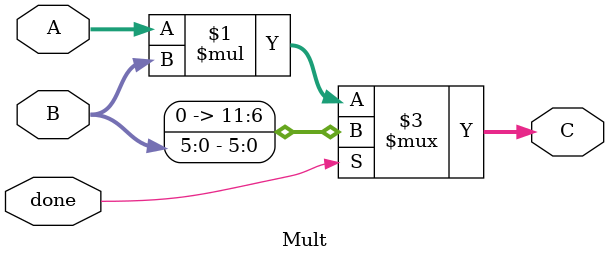
<source format=v>
`timescale 1ns / 1ps


  (* USE_DSP="yes" *) module Mult(
    input [5:0] A,
    input [5:0] B,
    input done,
    output [11:0] C
    );
    assign C=(done)? B:A*B;
endmodule

</source>
